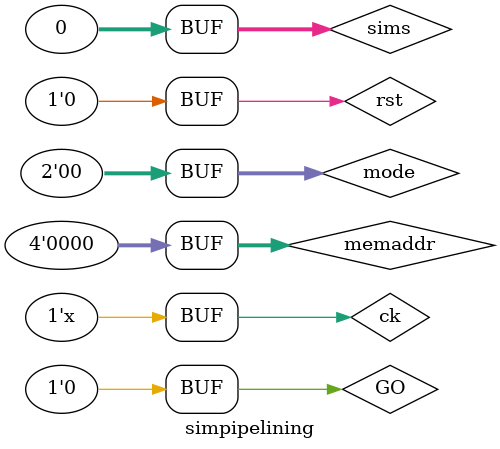
<source format=v>
`timescale 1ns / 1ps


module simpipelining(
    );
    reg rst;
    reg ck;
    reg GO;
    reg [1:0]mode;
    reg [31:0]sims;
    reg [3:0] memaddr;
    wire [7:0] an;
    wire [7:0] seg;
    
    initial begin
        sims <= 0;
        ck <= 0;
        rst <= 0;
        GO <= 0;
        mode <= 0;
        memaddr <= 0;
    end
    always begin
        #2 ck = ~ck;
    end
    pipelining _pipe(rst,ck,GO,mode,memaddr,an,seg);
endmodule

</source>
